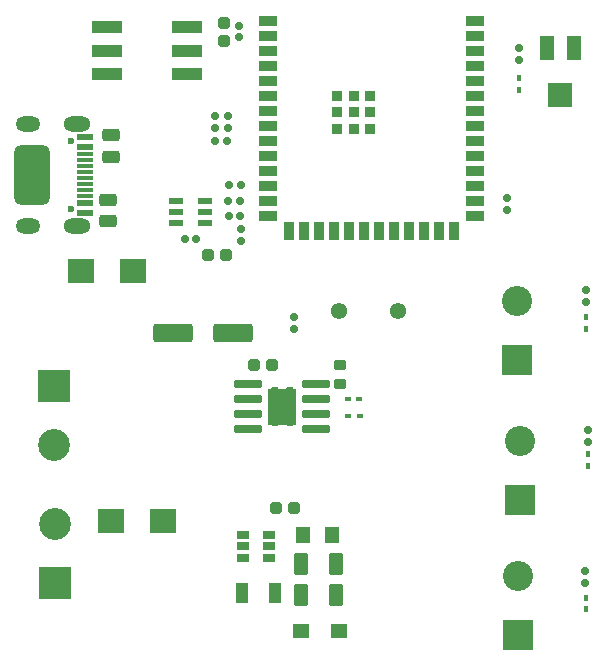
<source format=gbr>
%TF.GenerationSoftware,KiCad,Pcbnew,9.0.0*%
%TF.CreationDate,2025-03-01T12:45:02-04:00*%
%TF.ProjectId,PROYECT T,50524f59-4543-4542-9054-2e6b69636164,rev?*%
%TF.SameCoordinates,Original*%
%TF.FileFunction,Soldermask,Top*%
%TF.FilePolarity,Negative*%
%FSLAX46Y46*%
G04 Gerber Fmt 4.6, Leading zero omitted, Abs format (unit mm)*
G04 Created by KiCad (PCBNEW 9.0.0) date 2025-03-01 12:45:02*
%MOMM*%
%LPD*%
G01*
G04 APERTURE LIST*
G04 Aperture macros list*
%AMRoundRect*
0 Rectangle with rounded corners*
0 $1 Rounding radius*
0 $2 $3 $4 $5 $6 $7 $8 $9 X,Y pos of 4 corners*
0 Add a 4 corners polygon primitive as box body*
4,1,4,$2,$3,$4,$5,$6,$7,$8,$9,$2,$3,0*
0 Add four circle primitives for the rounded corners*
1,1,$1+$1,$2,$3*
1,1,$1+$1,$4,$5*
1,1,$1+$1,$6,$7*
1,1,$1+$1,$8,$9*
0 Add four rect primitives between the rounded corners*
20,1,$1+$1,$2,$3,$4,$5,0*
20,1,$1+$1,$4,$5,$6,$7,0*
20,1,$1+$1,$6,$7,$8,$9,0*
20,1,$1+$1,$8,$9,$2,$3,0*%
G04 Aperture macros list end*
%ADD10C,1.381000*%
%ADD11R,0.320000X0.510000*%
%ADD12RoundRect,0.244000X-0.244000X-0.269000X0.244000X-0.269000X0.244000X0.269000X-0.244000X0.269000X0*%
%ADD13RoundRect,0.159000X0.189000X-0.159000X0.189000X0.159000X-0.189000X0.159000X-0.189000X-0.159000X0*%
%ADD14R,0.510000X0.320000*%
%ADD15RoundRect,0.159000X-0.189000X0.159000X-0.189000X-0.159000X0.189000X-0.159000X0.189000X0.159000X0*%
%ADD16RoundRect,0.267317X-0.470683X0.280683X-0.470683X-0.280683X0.470683X-0.280683X0.470683X0.280683X0*%
%ADD17R,2.700000X2.700000*%
%ADD18C,2.700000*%
%ADD19RoundRect,0.250000X1.412500X0.550000X-1.412500X0.550000X-1.412500X-0.550000X1.412500X-0.550000X0*%
%ADD20RoundRect,0.219000X0.294000X-0.219000X0.294000X0.219000X-0.294000X0.219000X-0.294000X-0.219000X0*%
%ADD21RoundRect,0.159000X0.159000X0.189000X-0.159000X0.189000X-0.159000X-0.189000X0.159000X-0.189000X0*%
%ADD22R,2.550000X2.550000*%
%ADD23C,2.550000*%
%ADD24RoundRect,0.267317X0.470683X-0.280683X0.470683X0.280683X-0.470683X0.280683X-0.470683X-0.280683X0*%
%ADD25R,2.400000X3.100000*%
%ADD26RoundRect,0.070000X1.100000X0.250000X-1.100000X0.250000X-1.100000X-0.250000X1.100000X-0.250000X0*%
%ADD27C,0.770000*%
%ADD28R,1.300000X2.000000*%
%ADD29R,2.000000X2.000000*%
%ADD30R,1.500000X0.900000*%
%ADD31R,0.900000X1.500000*%
%ADD32R,0.900000X0.900000*%
%ADD33R,2.200000X2.150000*%
%ADD34RoundRect,0.244000X0.269000X-0.244000X0.269000X0.244000X-0.269000X0.244000X-0.269000X-0.244000X0*%
%ADD35R,1.050000X1.820000*%
%ADD36R,1.000000X0.700000*%
%ADD37RoundRect,0.266521X0.346479X0.671479X-0.346479X0.671479X-0.346479X-0.671479X0.346479X-0.671479X0*%
%ADD38RoundRect,0.159000X-0.159000X-0.189000X0.159000X-0.189000X0.159000X0.189000X-0.159000X0.189000X0*%
%ADD39R,1.200000X0.600000*%
%ADD40R,2.550000X1.000000*%
%ADD41R,1.250000X1.450000*%
%ADD42R,1.375000X1.150000*%
%ADD43C,0.600000*%
%ADD44R,1.400000X0.300000*%
%ADD45R,1.400000X0.500000*%
%ADD46O,2.300000X1.300000*%
%ADD47O,2.100000X1.300000*%
%ADD48C,0.500000*%
%ADD49RoundRect,0.500000X-1.000000X2.000000X-1.000000X-2.000000X1.000000X-2.000000X1.000000X2.000000X0*%
G04 APERTURE END LIST*
D10*
%TO.C,L2*%
X227544000Y-89408000D03*
X222544000Y-89408000D03*
%TD*%
D11*
%TO.C,D8*%
X243426000Y-113646000D03*
X243426000Y-114646000D03*
%TD*%
D12*
%TO.C,C10*%
X211436000Y-84666000D03*
X212996000Y-84666000D03*
%TD*%
D13*
%TO.C,R7*%
X236726000Y-80796000D03*
X236726000Y-79796000D03*
%TD*%
D14*
%TO.C,D5*%
X223286000Y-98306000D03*
X224286000Y-98306000D03*
%TD*%
D15*
%TO.C,C15*%
X214186000Y-82486000D03*
X214186000Y-83486000D03*
%TD*%
D11*
%TO.C,D9*%
X243416000Y-89886000D03*
X243416000Y-90886000D03*
%TD*%
D16*
%TO.C,R10*%
X202936000Y-79966000D03*
X202936000Y-81786000D03*
%TD*%
D17*
%TO.C,MOTOR1*%
X198391000Y-95761000D03*
D18*
X198391000Y-100761000D03*
%TD*%
D19*
%TO.C,C5*%
X213508500Y-91231000D03*
X208433500Y-91231000D03*
%TD*%
D14*
%TO.C,D4*%
X223256000Y-96876000D03*
X224256000Y-96876000D03*
%TD*%
D20*
%TO.C,R2*%
X222621000Y-95571000D03*
X222621000Y-93931000D03*
%TD*%
D12*
%TO.C,C11*%
X217178000Y-106066000D03*
X218738000Y-106066000D03*
%TD*%
D21*
%TO.C,R6*%
X214166000Y-81376000D03*
X213166000Y-81376000D03*
%TD*%
D22*
%TO.C,BOTON_TERMINAL1*%
X237556000Y-93511000D03*
D23*
X237556000Y-88511000D03*
%TD*%
D24*
%TO.C,R9*%
X203203500Y-76336000D03*
X203203500Y-74516000D03*
%TD*%
D21*
%TO.C,C16*%
X214186000Y-78716000D03*
X213186000Y-78716000D03*
%TD*%
D25*
%TO.C,U2*%
X217721000Y-97486000D03*
D26*
X220596000Y-99391000D03*
X220596000Y-98121000D03*
X220596000Y-96851000D03*
X220596000Y-95581000D03*
X214846000Y-95581000D03*
X214846000Y-96851000D03*
X214846000Y-98121000D03*
X214846000Y-99391000D03*
D27*
X218371000Y-98786000D03*
X218371000Y-97486000D03*
X218371000Y-96186000D03*
X217071000Y-98786000D03*
X217071000Y-97486000D03*
X217071000Y-96186000D03*
%TD*%
D28*
%TO.C,R11*%
X240096000Y-67136000D03*
D29*
X241246000Y-71136000D03*
D28*
X242396000Y-67136000D03*
%TD*%
D30*
%TO.C,IC2*%
X216526000Y-64826000D03*
X216526000Y-66096000D03*
X216526000Y-67366000D03*
X216526000Y-68636000D03*
X216526000Y-69906000D03*
X216526000Y-71176000D03*
X216526000Y-72446000D03*
X216526000Y-73716000D03*
X216526000Y-74986000D03*
X216526000Y-76256000D03*
X216526000Y-77526000D03*
X216526000Y-78796000D03*
X216526000Y-80066000D03*
X216526000Y-81336000D03*
D31*
X218291000Y-82586000D03*
X219561000Y-82586000D03*
X220831000Y-82586000D03*
X222101000Y-82586000D03*
X223371000Y-82586000D03*
X224641000Y-82586000D03*
X225911000Y-82586000D03*
X227181000Y-82586000D03*
X228451000Y-82586000D03*
X229721000Y-82586000D03*
X230991000Y-82586000D03*
X232261000Y-82586000D03*
D30*
X234026000Y-81336000D03*
X234026000Y-80066000D03*
X234026000Y-78796000D03*
X234026000Y-77526000D03*
X234026000Y-76256000D03*
X234026000Y-74986000D03*
X234026000Y-73716000D03*
X234026000Y-72446000D03*
X234026000Y-71176000D03*
X234026000Y-69906000D03*
X234026000Y-68636000D03*
X234026000Y-67366000D03*
X234026000Y-66096000D03*
X234026000Y-64826000D03*
D32*
X223776000Y-72546000D03*
X223776000Y-71146000D03*
X222376000Y-71146000D03*
X222376000Y-72546000D03*
X222376000Y-73946000D03*
X223776000Y-73946000D03*
X225176000Y-73946000D03*
X225176000Y-72546000D03*
X225176000Y-71146000D03*
%TD*%
D22*
%TO.C,LSC1*%
X237656000Y-116826000D03*
D23*
X237656000Y-111826000D03*
%TD*%
D33*
%TO.C,D2*%
X205116000Y-86016000D03*
X200716000Y-86016000D03*
%TD*%
D34*
%TO.C,C1*%
X212806000Y-66536000D03*
X212806000Y-64976000D03*
%TD*%
D35*
%TO.C,C13*%
X217128000Y-113286000D03*
X214348000Y-113286000D03*
%TD*%
D13*
%TO.C,C2*%
X214076000Y-66226000D03*
X214076000Y-65226000D03*
%TD*%
%TO.C,R3*%
X243416000Y-88586000D03*
X243416000Y-87586000D03*
%TD*%
D22*
%TO.C,LSA}1*%
X237826000Y-105406000D03*
D23*
X237826000Y-100406000D03*
%TD*%
D17*
%TO.C,PILA1*%
X198506000Y-112446000D03*
D18*
X198506000Y-107446000D03*
%TD*%
D13*
%TO.C,C4*%
X218686000Y-90924000D03*
X218686000Y-89924000D03*
%TD*%
D36*
%TO.C,IC3*%
X214418000Y-108366000D03*
X214418000Y-109316000D03*
X214418000Y-110266000D03*
X216616000Y-110266000D03*
X216616000Y-109316000D03*
X216616000Y-108366000D03*
%TD*%
D11*
%TO.C,D7*%
X243596000Y-101476000D03*
X243596000Y-102476000D03*
%TD*%
D12*
%TO.C,C6*%
X215331000Y-93921000D03*
X216891000Y-93921000D03*
%TD*%
D13*
%TO.C,C8*%
X237746000Y-68136000D03*
X237746000Y-67136000D03*
%TD*%
D37*
%TO.C,C12*%
X222278000Y-110796000D03*
X219318000Y-110796000D03*
%TD*%
D38*
%TO.C,C9*%
X209451500Y-83310500D03*
X210451500Y-83310500D03*
%TD*%
D39*
%TO.C,IC1*%
X208701500Y-80040500D03*
X208701500Y-80990500D03*
X208701500Y-81940500D03*
X211201500Y-81940500D03*
X211201500Y-80990500D03*
X211201500Y-80040500D03*
%TD*%
D13*
%TO.C,C7*%
X212036000Y-73916000D03*
X212036000Y-72916000D03*
%TD*%
D40*
%TO.C,Reset1*%
X209621000Y-69336000D03*
X209621000Y-67336000D03*
X209621000Y-65336000D03*
X202871000Y-69336000D03*
X202871000Y-67336000D03*
X202871000Y-65336000D03*
%TD*%
D11*
%TO.C,D6*%
X237746000Y-69636000D03*
X237746000Y-70636000D03*
%TD*%
D15*
%TO.C,R5*%
X243366000Y-111426000D03*
X243366000Y-112426000D03*
%TD*%
D13*
%TO.C,R4*%
X243626000Y-100476000D03*
X243626000Y-99476000D03*
%TD*%
%TO.C,R1*%
X213136000Y-73896000D03*
X213136000Y-72896000D03*
%TD*%
D37*
%TO.C,C14*%
X222278000Y-113406000D03*
X219318000Y-113406000D03*
%TD*%
D41*
%TO.C,L1*%
X219448000Y-108316000D03*
X221948000Y-108316000D03*
%TD*%
D42*
%TO.C,D3*%
X222483000Y-116486000D03*
X219333000Y-116486000D03*
%TD*%
D43*
%TO.C,J1*%
X199843500Y-74986000D03*
X199843500Y-80766000D03*
D44*
X201043500Y-76626000D03*
X201043500Y-77626000D03*
X201043500Y-78126000D03*
X201043500Y-79126000D03*
D45*
X201043500Y-80276000D03*
X201043500Y-81076000D03*
D44*
X201043500Y-79626000D03*
X201043500Y-78626000D03*
X201043500Y-77126000D03*
X201043500Y-76126000D03*
D45*
X201043500Y-75476000D03*
X201043500Y-74676000D03*
D46*
X200363500Y-73546000D03*
D47*
X196163500Y-73546000D03*
D48*
X197543500Y-75876000D03*
X195543500Y-75876000D03*
D49*
X196543500Y-77876000D03*
D48*
X197543500Y-79876000D03*
X195543500Y-79876000D03*
D46*
X200363500Y-82206000D03*
D47*
X196163500Y-82206000D03*
%TD*%
D21*
%TO.C,C3*%
X213026000Y-74986000D03*
X212026000Y-74986000D03*
%TD*%
%TO.C,R8*%
X214146000Y-80086000D03*
X213146000Y-80086000D03*
%TD*%
D33*
%TO.C,D1*%
X207616000Y-107196000D03*
X203216000Y-107196000D03*
%TD*%
M02*

</source>
